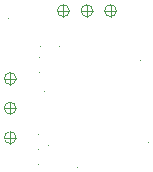
<source format=gbr>
%TF.GenerationSoftware,KiCad,Pcbnew,9.0.0*%
%TF.CreationDate,2025-03-31T12:13:49+01:00*%
%TF.ProjectId,vm_light_sensor_0.2,766d5f6c-6967-4687-945f-73656e736f72,v0.2*%
%TF.SameCoordinates,PX510ff40PY47868c0*%
%TF.FileFunction,AssemblyDrawing,Top*%
%FSLAX45Y45*%
G04 Gerber Fmt 4.5, Leading zero omitted, Abs format (unit mm)*
G04 Created by KiCad (PCBNEW 9.0.0) date 2025-03-31 12:13:49*
%MOMM*%
%LPD*%
G01*
G04 APERTURE LIST*
%ADD10C,0.100000*%
%ADD11C,0.060000*%
G04 APERTURE END LIST*
D10*
%TO.C,GS5*%
X150000Y825000D02*
X250000Y825000D01*
X200000Y875000D02*
X200000Y775000D01*
X250000Y825000D02*
G75*
G02*
X150000Y825000I-50000J0D01*
G01*
X150000Y825000D02*
G75*
G02*
X250000Y825000I50000J0D01*
G01*
%TO.C,GS3*%
X-700000Y250000D02*
X-600000Y250000D01*
X-650000Y300000D02*
X-650000Y200000D01*
X-600000Y250000D02*
G75*
G02*
X-700000Y250000I-50000J0D01*
G01*
X-700000Y250000D02*
G75*
G02*
X-600000Y250000I50000J0D01*
G01*
D11*
%TO.C,R7*%
X-227000Y520000D02*
G75*
G02*
X-233000Y520000I-3000J0D01*
G01*
X-233000Y520000D02*
G75*
G02*
X-227000Y520000I3000J0D01*
G01*
D10*
%TO.C,GS4*%
X-50000Y825000D02*
X50000Y825000D01*
X0Y875000D02*
X0Y775000D01*
X50000Y825000D02*
G75*
G02*
X-50000Y825000I-50000J0D01*
G01*
X-50000Y825000D02*
G75*
G02*
X50000Y825000I50000J0D01*
G01*
D11*
%TO.C,U2*%
X-357000Y137000D02*
G75*
G02*
X-363000Y137000I-3000J0D01*
G01*
X-363000Y137000D02*
G75*
G02*
X-357000Y137000I3000J0D01*
G01*
D10*
%TO.C,GS6*%
X-250000Y825000D02*
X-150000Y825000D01*
X-200000Y875000D02*
X-200000Y775000D01*
X-150000Y825000D02*
G75*
G02*
X-250000Y825000I-50000J0D01*
G01*
X-250000Y825000D02*
G75*
G02*
X-150000Y825000I50000J0D01*
G01*
D11*
%TO.C,D1*%
X-407000Y-480000D02*
G75*
G02*
X-413000Y-480000I-3000J0D01*
G01*
X-413000Y-480000D02*
G75*
G02*
X-407000Y-480000I3000J0D01*
G01*
%TO.C,R6*%
X-387000Y520000D02*
G75*
G02*
X-393000Y520000I-3000J0D01*
G01*
X-393000Y520000D02*
G75*
G02*
X-387000Y520000I3000J0D01*
G01*
%TO.C,C3*%
X-407000Y-220000D02*
G75*
G02*
X-413000Y-220000I-3000J0D01*
G01*
X-413000Y-220000D02*
G75*
G02*
X-407000Y-220000I3000J0D01*
G01*
%TO.C,U1*%
X-320000Y-320000D02*
G75*
G02*
X-326000Y-320000I-3000J0D01*
G01*
X-326000Y-320000D02*
G75*
G02*
X-320000Y-320000I3000J0D01*
G01*
D10*
%TO.C,GS2*%
X-700000Y-250000D02*
X-600000Y-250000D01*
X-650000Y-200000D02*
X-650000Y-300000D01*
X-600000Y-250000D02*
G75*
G02*
X-700000Y-250000I-50000J0D01*
G01*
X-700000Y-250000D02*
G75*
G02*
X-600000Y-250000I50000J0D01*
G01*
D11*
%TO.C,Q1*%
X456000Y404000D02*
G75*
G02*
X450000Y404000I-3000J0D01*
G01*
X450000Y404000D02*
G75*
G02*
X456000Y404000I3000J0D01*
G01*
%TO.C,R5*%
X-397000Y430000D02*
G75*
G02*
X-403000Y430000I-3000J0D01*
G01*
X-403000Y430000D02*
G75*
G02*
X-397000Y430000I3000J0D01*
G01*
%TO.C,R2*%
X526290Y-290000D02*
G75*
G02*
X520290Y-290000I-3000J0D01*
G01*
X520290Y-290000D02*
G75*
G02*
X526290Y-290000I3000J0D01*
G01*
%TO.C,C1*%
X-77000Y-500000D02*
G75*
G02*
X-83000Y-500000I-3000J0D01*
G01*
X-83000Y-500000D02*
G75*
G02*
X-77000Y-500000I3000J0D01*
G01*
D10*
%TO.C,GS1*%
X-700000Y0D02*
X-600000Y0D01*
X-650000Y50000D02*
X-650000Y-50000D01*
X-600000Y0D02*
G75*
G02*
X-700000Y0I-50000J0D01*
G01*
X-700000Y0D02*
G75*
G02*
X-600000Y0I50000J0D01*
G01*
D11*
%TO.C,C2*%
X-397000Y300000D02*
G75*
G02*
X-403000Y300000I-3000J0D01*
G01*
X-403000Y300000D02*
G75*
G02*
X-397000Y300000I3000J0D01*
G01*
%TO.C,R1*%
X-407000Y-350000D02*
G75*
G02*
X-413000Y-350000I-3000J0D01*
G01*
X-413000Y-350000D02*
G75*
G02*
X-407000Y-350000I3000J0D01*
G01*
%TO.C,D2*%
X-662000Y762000D02*
G75*
G02*
X-668000Y762000I-3000J0D01*
G01*
X-668000Y762000D02*
G75*
G02*
X-662000Y762000I3000J0D01*
G01*
%TD*%
M02*

</source>
